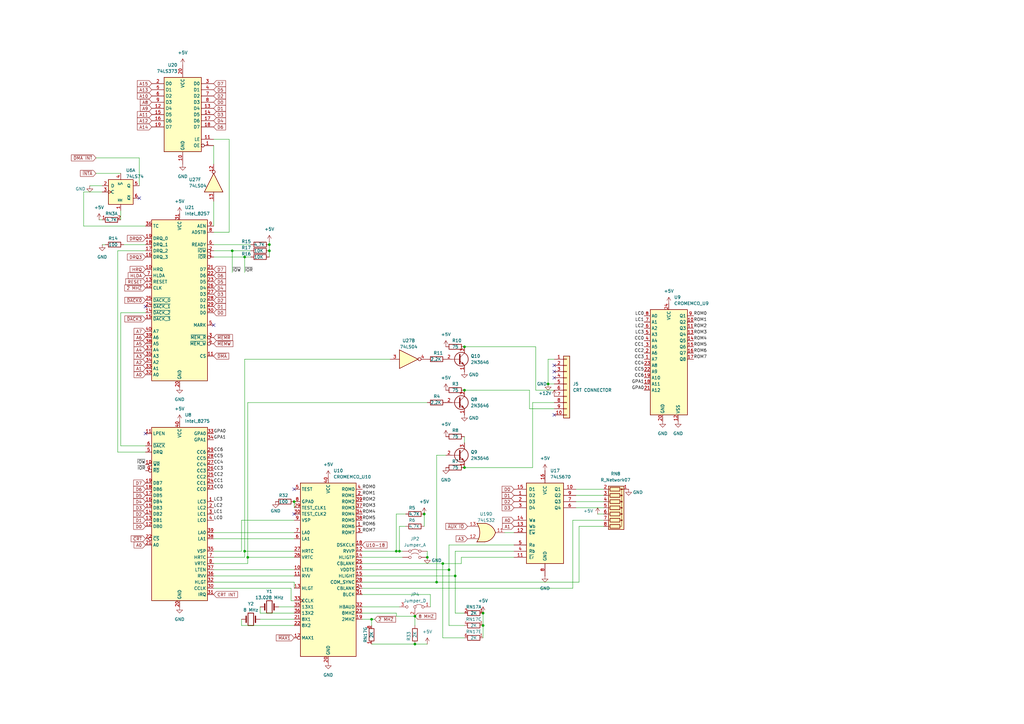
<source format=kicad_sch>
(kicad_sch (version 20250114) (generator "eeschema") (generator_version "9.0")
  (paper "A3")
  (title_block (title "C10-040-0115") (rev "5") (company "Cromemco"))
  (lib_symbols
    (symbol "74xx:74LS04"
      (property "Reference" "U" (at 0 1.27 0))
      (property "Value" "74LS04" (at 0 -1.27 0))
      (symbol "74LS04_1_0"
        (pin input line (at -7.62 0 0) (length 3.81) (name "~") (number "1"))
        (pin output inverted (at 7.62 0 180) (length 3.81) (name "~") (number "2"))
      )
      (symbol "74LS04_2_0"
        (pin input line (at -7.62 0 0) (length 3.81) (name "~") (number "3"))
        (pin output inverted (at 7.62 0 180) (length 3.81) (name "~") (number "4"))
      )
      (symbol "74LS04_3_0"
        (pin input line (at -7.62 0 0) (length 3.81) (name "~") (number "5"))
        (pin output inverted (at 7.62 0 180) (length 3.81) (name "~") (number "6"))
      )
      (symbol "74LS04_4_0"
        (pin input line (at -7.62 0 0) (length 3.81) (name "~") (number "9"))
        (pin output inverted (at 7.62 0 180) (length 3.81) (name "~") (number "8"))
      )
      (symbol "74LS04_5_0"
        (pin input line (at -7.62 0 0) (length 3.81) (name "~") (number "11"))
        (pin output inverted (at 7.62 0 180) (length 3.81) (name "~") (number "10"))
      )
      (symbol "74LS04_6_0"
        (pin input line (at -7.62 0 0) (length 3.81) (name "~") (number "13"))
        (pin output inverted (at 7.62 0 180) (length 3.81) (name "~") (number "12"))
      )
      (symbol "74LS04_7_0"
        (pin power_in line (at 0 12.7 270) (length 5.08) (name "VCC") (number "14"))
        (pin power_in line (at 0 -12.7 90) (length 5.08) (name "GND") (number "7"))
      )
    )
    (symbol "74xx:74LS32" (pin_names (offset 1.016))
      (property "Reference" "U" (at 0 1.27 0))
      (property "Value" "74LS32" (at 0 -1.27 0))
      (symbol "74LS32_1_1"
        (pin input line (at -7.62 2.54 0) (length 4.318) (name "~") (number "1"))
        (pin input line (at -7.62 -2.54 0) (length 4.318) (name "~") (number "2"))
        (pin output line (at 7.62 0 180) (length 3.81) (name "~") (number "3"))
      )
      (symbol "74LS32_1_2"
        (pin input inverted (at -7.62 2.54 0) (length 3.81) (name "~") (number "1"))
        (pin input inverted (at -7.62 -2.54 0) (length 3.81) (name "~") (number "2"))
        (pin output inverted (at 7.62 0 180) (length 3.81) (name "~") (number "3"))
      )
      (symbol "74LS32_2_1"
        (pin input line (at -7.62 2.54 0) (length 4.318) (name "~") (number "4"))
        (pin input line (at -7.62 -2.54 0) (length 4.318) (name "~") (number "5"))
        (pin output line (at 7.62 0 180) (length 3.81) (name "~") (number "6"))
      )
      (symbol "74LS32_2_2"
        (pin input inverted (at -7.62 2.54 0) (length 3.81) (name "~") (number "4"))
        (pin input inverted (at -7.62 -2.54 0) (length 3.81) (name "~") (number "5"))
        (pin output inverted (at 7.62 0 180) (length 3.81) (name "~") (number "6"))
      )
      (symbol "74LS32_3_1"
        (pin input line (at -7.62 2.54 0) (length 4.318) (name "~") (number "9"))
        (pin input line (at -7.62 -2.54 0) (length 4.318) (name "~") (number "10"))
        (pin output line (at 7.62 0 180) (length 3.81) (name "~") (number "8"))
      )
      (symbol "74LS32_3_2"
        (pin input inverted (at -7.62 2.54 0) (length 3.81) (name "~") (number "9"))
        (pin input inverted (at -7.62 -2.54 0) (length 3.81) (name "~") (number "10"))
        (pin output inverted (at 7.62 0 180) (length 3.81) (name "~") (number "8"))
      )
      (symbol "74LS32_4_1"
        (pin input line (at -7.62 2.54 0) (length 4.318) (name "~") (number "12"))
        (pin input line (at -7.62 -2.54 0) (length 4.318) (name "~") (number "13"))
        (pin output line (at 7.62 0 180) (length 3.81) (name "~") (number "11"))
      )
      (symbol "74LS32_4_2"
        (pin input inverted (at -7.62 2.54 0) (length 3.81) (name "~") (number "12"))
        (pin input inverted (at -7.62 -2.54 0) (length 3.81) (name "~") (number "13"))
        (pin output inverted (at 7.62 0 180) (length 3.81) (name "~") (number "11"))
      )
      (symbol "74LS32_5_0"
        (pin power_in line (at 0 12.7 270) (length 5.08) (name "VCC") (number "14"))
        (pin power_in line (at 0 -12.7 90) (length 5.08) (name "GND") (number "7"))
      )
    )
    (symbol "74xx:74LS373"
      (property "Reference" "U" (at -7.62 16.51 0))
      (property "Value" "74LS373" (at -7.62 -16.51 0))
      (symbol "74LS373_1_0"
        (pin input line (at -12.7 12.7 0) (length 5.08) (name "D0") (number "3"))
        (pin input line (at -12.7 10.16 0) (length 5.08) (name "D1") (number "4"))
        (pin input line (at -12.7 7.62 0) (length 5.08) (name "D2") (number "7"))
        (pin input line (at -12.7 5.08 0) (length 5.08) (name "D3") (number "8"))
        (pin input line (at -12.7 2.54 0) (length 5.08) (name "D4") (number "13"))
        (pin input line (at -12.7 0 0) (length 5.08) (name "D5") (number "14"))
        (pin input line (at -12.7 -2.54 0) (length 5.08) (name "D6") (number "17"))
        (pin input line (at -12.7 -5.08 0) (length 5.08) (name "D7") (number "18"))
        (pin input line (at -12.7 -10.16 0) (length 5.08) (name "LE") (number "11"))
        (pin input inverted (at -12.7 -12.7 0) (length 5.08) (name "OE") (number "1"))
        (pin power_in line (at 0 20.32 270) (length 5.08) (name "VCC") (number "20"))
        (pin power_in line (at 0 -20.32 90) (length 5.08) (name "GND") (number "10"))
        (pin tri_state line (at 12.7 12.7 180) (length 5.08) (name "O0") (number "2"))
        (pin tri_state line (at 12.7 10.16 180) (length 5.08) (name "O1") (number "5"))
        (pin tri_state line (at 12.7 7.62 180) (length 5.08) (name "O2") (number "6"))
        (pin tri_state line (at 12.7 5.08 180) (length 5.08) (name "O3") (number "9"))
        (pin tri_state line (at 12.7 2.54 180) (length 5.08) (name "O4") (number "12"))
        (pin tri_state line (at 12.7 0 180) (length 5.08) (name "O5") (number "15"))
        (pin tri_state line (at 12.7 -2.54 180) (length 5.08) (name "O6") (number "16"))
        (pin tri_state line (at 12.7 -5.08 180) (length 5.08) (name "O7") (number "19"))
      )
    )
    (symbol "74xx:74LS670" (pin_names (offset 1.016))
      (property "Reference" "U" (at -7.62 16.51 0))
      (property "Value" "74LS670" (at -7.62 -19.05 0))
      (symbol "74LS670_1_0"
        (pin input line (at -12.7 12.7 0) (length 5.08) (name "D1") (number "15"))
        (pin input line (at -12.7 10.16 0) (length 5.08) (name "D2") (number "1"))
        (pin input line (at -12.7 7.62 0) (length 5.08) (name "D3") (number "2"))
        (pin input line (at -12.7 5.08 0) (length 5.08) (name "D4") (number "3"))
        (pin input line (at -12.7 0 0) (length 5.08) (name "Wa") (number "14"))
        (pin input line (at -12.7 -2.54 0) (length 5.08) (name "Wb") (number "13"))
        (pin input line (at -12.7 -5.08 0) (length 5.08) (name "~{Ew}") (number "12"))
        (pin input line (at -12.7 -10.16 0) (length 5.08) (name "Ra") (number "5"))
        (pin input line (at -12.7 -12.7 0) (length 5.08) (name "Rb") (number "4"))
        (pin input line (at -12.7 -15.24 0) (length 5.08) (name "~{Er}") (number "11"))
        (pin power_in line (at 0 20.32 270) (length 5.08) (name "VCC") (number "16"))
        (pin power_in line (at 0 -22.86 90) (length 5.08) (name "GND") (number "8"))
        (pin tri_state line (at 12.7 12.7 180) (length 5.08) (name "Q1") (number "10"))
        (pin tri_state line (at 12.7 10.16 180) (length 5.08) (name "Q2") (number "9"))
        (pin tri_state line (at 12.7 7.62 180) (length 5.08) (name "Q3") (number "7"))
        (pin tri_state line (at 12.7 5.08 180) (length 5.08) (name "Q4") (number "6"))
      )
    )
    (symbol "74xx:74LS74" (pin_names (offset 1.016))
      (property "Reference" "U" (at -7.62 8.89 0))
      (property "Value" "74LS74" (at -7.62 -8.89 0))
      (symbol "74LS74_1_0"
        (pin input line (at -7.62 2.54 0) (length 2.54) (name "D") (number "2"))
        (pin input clock (at -7.62 0 0) (length 2.54) (name "C") (number "3"))
        (pin input line (at 0 7.62 270) (length 2.54) (name "~{S}") (number "4"))
        (pin input line (at 0 -7.62 90) (length 2.54) (name "~{R}") (number "1"))
        (pin output line (at 7.62 2.54 180) (length 2.54) (name "Q") (number "5"))
        (pin output line (at 7.62 -2.54 180) (length 2.54) (name "~{Q}") (number "6"))
      )
      (symbol "74LS74_2_0"
        (pin input line (at -7.62 2.54 0) (length 2.54) (name "D") (number "12"))
        (pin input clock (at -7.62 0 0) (length 2.54) (name "C") (number "11"))
        (pin input line (at 0 7.62 270) (length 2.54) (name "~{S}") (number "10"))
        (pin input line (at 0 -7.62 90) (length 2.54) (name "~{R}") (number "13"))
        (pin output line (at 7.62 2.54 180) (length 2.54) (name "Q") (number "9"))
        (pin output line (at 7.62 -2.54 180) (length 2.54) (name "~{Q}") (number "8"))
      )
      (symbol "74LS74_3_0"
        (pin power_in line (at 0 10.16 270) (length 2.54) (name "VCC") (number "14"))
        (pin power_in line (at 0 -10.16 90) (length 2.54) (name "GND") (number "7"))
      )
    )
    (symbol "Common_Alessio:Intel_8275"
      (property "Reference" "U" (at 8.89 40.132 0))
      (property "Value" "Intel_8275" (at 8.89 38.1 0))
      (symbol "Intel_8275_1_1"
        (pin input line (at -13.97 34.29 0) (length 2.54) (name "LPEN") (number "11"))
        (pin input line (at -13.97 29.21 0) (length 2.54) (name "~{DACK}") (number "6"))
        (pin output line (at -13.97 26.67 0) (length 2.54) (name "DRQ") (number "5"))
        (pin input inverted (at -13.97 21.59 0) (length 2.54) (name "~{WR}") (number "10"))
        (pin input inverted (at -13.97 19.05 0) (length 2.54) (name "~{RD}") (number "9"))
        (pin bidirectional line (at -13.97 13.97 0) (length 2.54) (name "DB7") (number "19"))
        (pin bidirectional line (at -13.97 11.43 0) (length 2.54) (name "DB6") (number "18"))
        (pin bidirectional line (at -13.97 8.89 0) (length 2.54) (name "DB5") (number "17"))
        (pin bidirectional line (at -13.97 6.35 0) (length 2.54) (name "DB4") (number "16"))
        (pin bidirectional line (at -13.97 3.81 0) (length 2.54) (name "DB3") (number "15"))
        (pin bidirectional line (at -13.97 1.27 0) (length 2.54) (name "DB2") (number "14"))
        (pin bidirectional line (at -13.97 -1.27 0) (length 2.54) (name "DB1") (number "13"))
        (pin bidirectional line (at -13.97 -3.81 0) (length 2.54) (name "DB0") (number "12"))
        (pin input inverted (at -13.97 -8.89 0) (length 2.54) (name "~{CS}") (number "22"))
        (pin bidirectional line (at -13.97 -11.43 0) (length 2.54) (name "A0") (number "21"))
        (pin power_in line (at 0 39.37 270) (length 2.54) (name "VCC") (number "40"))
        (pin power_in line (at 0 -36.83 90) (length 2.54) (name "GND") (number "20"))
        (pin output line (at 13.97 34.29 180) (length 2.54) (name "GPA0") (number "33"))
        (pin output line (at 13.97 31.75 180) (length 2.54) (name "GPA1") (number "34"))
        (pin output line (at 13.97 26.67 180) (length 2.54) (name "CC6") (number "29"))
        (pin output line (at 13.97 24.13 180) (length 2.54) (name "CC5") (number "28"))
        (pin output line (at 13.97 21.59 180) (length 2.54) (name "CC4") (number "27"))
        (pin output line (at 13.97 19.05 180) (length 2.54) (name "CC3") (number "26"))
        (pin output line (at 13.97 16.51 180) (length 2.54) (name "CC2") (number "25"))
        (pin output line (at 13.97 13.97 180) (length 2.54) (name "CC1") (number "24"))
        (pin output line (at 13.97 11.43 180) (length 2.54) (name "CC0") (number "23"))
        (pin output line (at 13.97 6.35 180) (length 2.54) (name "LC3") (number "1"))
        (pin output line (at 13.97 3.81 180) (length 2.54) (name "LC2") (number "2"))
        (pin output line (at 13.97 1.27 180) (length 2.54) (name "LC1") (number "3"))
        (pin output line (at 13.97 -1.27 180) (length 2.54) (name "LC0") (number "4"))
        (pin output line (at 13.97 -6.35 180) (length 2.54) (name "LA0") (number "39"))
        (pin output line (at 13.97 -8.89 180) (length 2.54) (name "LA1") (number "38"))
        (pin output line (at 13.97 -13.97 180) (length 2.54) (name "VSP") (number "35"))
        (pin output line (at 13.97 -16.51 180) (length 2.54) (name "HRTC") (number "7"))
        (pin output line (at 13.97 -19.05 180) (length 2.54) (name "VRTC") (number "8"))
        (pin output line (at 13.97 -21.59 180) (length 2.54) (name "LTEN") (number "37"))
        (pin output line (at 13.97 -24.13 180) (length 2.54) (name "RVV") (number "36"))
        (pin output line (at 13.97 -26.67 180) (length 2.54) (name "HLGT") (number "32"))
        (pin input line (at 13.97 -29.21 180) (length 2.54) (name "CCLK") (number "30"))
        (pin output line (at 13.97 -31.75 180) (length 2.54) (name "IRQ") (number "31"))
      )
    )
    (symbol "Connector_Generic:Conn_01x10" (pin_names (offset 1.016) (hide yes))
      (property "Reference" "J" (at 0 12.7 0))
      (property "Value" "Conn_01x10" (at 0 -15.24 0))
      (symbol "Conn_01x10_1_1"
        (pin passive line (at -5.08 10.16 0) (length 3.81) (name "Pin_1") (number "1"))
        (pin passive line (at -5.08 7.62 0) (length 3.81) (name "Pin_2") (number "2"))
        (pin passive line (at -5.08 5.08 0) (length 3.81) (name "Pin_3") (number "3"))
        (pin passive line (at -5.08 2.54 0) (length 3.81) (name "Pin_4") (number "4"))
        (pin passive line (at -5.08 0 0) (length 3.81) (name "Pin_5") (number "5"))
        (pin passive line (at -5.08 -2.54 0) (length 3.81) (name "Pin_6") (number "6"))
        (pin passive line (at -5.08 -5.08 0) (length 3.81) (name "Pin_7") (number "7"))
        (pin passive line (at -5.08 -7.62 0) (length 3.81) (name "Pin_8") (number "8"))
        (pin passive line (at -5.08 -10.16 0) (length 3.81) (name "Pin_9") (number "9"))
        (pin passive line (at -5.08 -12.7 0) (length 3.81) (name "Pin_10") (number "10"))
      )
    )
    (symbol "Cromemco_C10:CROMEMCO_U10"
      (property "Reference" "U" (at 8.89 40.132 0))
      (property "Value" "CROMEMCO_U10" (at 8.89 38.1 0))
      (symbol "CROMEMCO_U10_1_1"
        (pin input line (at -13.97 34.29 0) (length 2.54) (name "TEST") (number "5"))
        (pin input line (at -13.97 29.21 0) (length 2.54) (name "GPA0") (number "8"))
        (pin input line (at -13.97 26.67 0) (length 2.54) (name "TEST_CLK1") (number "29"))
        (pin input line (at -13.97 24.13 0) (length 2.54) (name "TEST_CLK2") (number "30"))
        (pin input line (at -13.97 21.59 0) (length 2.54) (name "VSP") (number "9"))
        (pin input line (at -13.97 16.51 0) (length 2.54) (name "LA0") (number "7"))
        (pin input line (at -13.97 13.97 0) (length 2.54) (name "LA1") (number "6"))
        (pin input line (at -13.97 8.89 0) (length 2.54) (name "HRTC") (number "27"))
        (pin input line (at -13.97 6.35 0) (length 2.54) (name "VRTC") (number "26"))
        (pin input line (at -13.97 1.27 0) (length 2.54) (name "LTEN") (number "10"))
        (pin input line (at -13.97 -1.27 0) (length 2.54) (name "RVV") (number "11"))
        (pin bidirectional line (at -13.97 -6.35 0) (length 2.54) (name "HLGT") (number "13"))
        (pin output clock (at -13.97 -11.43 0) (length 2.54) (name "CCLK") (number "33"))
        (pin bidirectional line (at -13.97 -13.97 0) (length 2.54) (name "13X1") (number "35"))
        (pin bidirectional line (at -13.97 -16.51 0) (length 2.54) (name "13X2") (number "36"))
        (pin bidirectional line (at -13.97 -19.05 0) (length 2.54) (name "8X1") (number "21"))
        (pin bidirectional line (at -13.97 -21.59 0) (length 2.54) (name "8X2") (number "22"))
        (pin bidirectional inverted (at -13.97 -26.67 0) (length 2.54) (name "MAX1") (number "17"))
        (pin power_in line (at 0 39.37 270) (length 2.54) (name "VCC") (number "40"))
        (pin power_in line (at 0 -36.83 90) (length 2.54) (name "GND") (number "20"))
        (pin input line (at 13.97 34.29 180) (length 2.54) (name "ROM0") (number "4"))
        (pin input line (at 13.97 31.75 180) (length 2.54) (name "ROM1") (number "2"))
        (pin input line (at 13.97 29.21 180) (length 2.54) (name "ROM2") (number "39"))
        (pin input line (at 13.97 26.67 180) (length 2.54) (name "ROM3") (number "37"))
        (pin input line (at 13.97 24.13 180) (length 2.54) (name "ROM4") (number "34"))
        (pin input line (at 13.97 21.59 180) (length 2.54) (name "ROM5") (number "38"))
        (pin input line (at 13.97 19.05 180) (length 2.54) (name "ROM6") (number "1"))
        (pin input line (at 13.97 16.51 180) (length 2.54) (name "ROM7") (number "3"))
        (pin bidirectional line (at 13.97 11.43 180) (length 2.54) (name "DSKCLK") (number "18"))
        (pin input line (at 13.97 8.89 180) (length 2.54) (name "RVVP") (number "12"))
        (pin input line (at 13.97 6.35 180) (length 2.54) (name "HLIGTP") (number "14"))
        (pin output line (at 13.97 3.81 180) (length 2.54) (name "CBLANK") (number "25"))
        (pin bidirectional line (at 13.97 1.27 180) (length 2.54) (name "VDDTS") (number "16"))
        (pin bidirectional line (at 13.97 -1.27 180) (length 2.54) (name "HLIGHT") (number "15"))
        (pin output line (at 13.97 -3.81 180) (length 2.54) (name "COM_SYNC") (number "28"))
        (pin output inverted (at 13.97 -6.35 180) (length 2.54) (name "CBLANK") (number "24"))
        (pin output line (at 13.97 -8.89 180) (length 2.54) (name "BLCK") (number "31"))
        (pin output line (at 13.97 -13.97 180) (length 2.54) (name "HBAUD") (number "32"))
        (pin input line (at 13.97 -16.51 180) (length 2.54) (name "8MHZ") (number "23"))
        (pin bidirectional line (at 13.97 -19.05 180) (length 2.54) (name "2MHZ") (number "19"))
      )
    )
    (symbol "Cromemco_C10:CROMEMCO_U9"
      (property "Reference" "U" (at 1.27 1.27 0))
      (property "Value" "CROMEMCO_U9" (at 2.54 3.81 0))
      (symbol "CROMEMCO_U9_1_1"
        (pin input line (at 0 -5.08 0) (length 2.54) (name "A0") (number "8"))
        (pin input line (at 0 -7.62 0) (length 2.54) (name "A1") (number "7"))
        (pin input line (at 0 -10.16 0) (length 2.54) (name "A2") (number "6"))
        (pin input line (at 0 -12.7 0) (length 2.54) (name "A3") (number "5"))
        (pin input line (at 0 -15.24 0) (length 2.54) (name "A4") (number "4"))
        (pin input line (at 0 -17.78 0) (length 2.54) (name "A5") (number "3"))
        (pin input line (at 0 -20.32 0) (length 2.54) (name "A6") (number "2"))
        (pin input line (at 0 -22.86 0) (length 2.54) (name "A7") (number "1"))
        (pin input line (at 0 -25.4 0) (length 2.54) (name "A8") (number "23"))
        (pin input line (at 0 -27.94 0) (length 2.54) (name "A9") (number "22"))
        (pin input line (at 0 -30.48 0) (length 2.54) (name "A10") (number "19"))
        (pin input line (at 0 -33.02 0) (length 2.54) (name "A11") (number "18"))
        (pin input line (at 0 -35.56 0) (length 2.54) (name "A12") (number "21"))
        (pin power_in line (at 7.62 -48.26 90) (length 2.54) (name "GND") (number "20"))
        (pin power_in line (at 10.16 0 270) (length 2.54) (name "VCC") (number "24"))
        (pin power_in line (at 13.97 -48.26 90) (length 2.54) (name "VSS") (number "12"))
        (pin output line (at 20.32 -5.08 180) (length 2.54) (name "Q1") (number "9"))
        (pin output line (at 20.32 -7.62 180) (length 2.54) (name "Q2") (number "10"))
        (pin output line (at 20.32 -10.16 180) (length 2.54) (name "Q3") (number "11"))
        (pin output line (at 20.32 -12.7 180) (length 2.54) (name "Q4") (number "13"))
        (pin output line (at 20.32 -15.24 180) (length 2.54) (name "Q5") (number "14"))
        (pin output line (at 20.32 -17.78 180) (length 2.54) (name "Q6") (number "15"))
        (pin output line (at 20.32 -20.32 180) (length 2.54) (name "Q7") (number "16"))
        (pin output line (at 20.32 -22.86 180) (length 2.54) (name "Q8") (number "17"))
      )
    )
    (symbol "Cromemco_C10:Intel_8257"
      (property "Reference" "U" (at 8.89 40.132 0))
      (property "Value" "Intel_8257" (at 8.89 38.1 0))
      (symbol "Intel_8257_1_1"
        (pin output line (at -13.97 34.29 0) (length 2.54) (name "TC") (number "36"))
        (pin input line (at -13.97 29.21 0) (length 2.54) (name "DRQ_0") (number "19"))
        (pin input line (at -13.97 26.67 0) (length 2.54) (name "DRQ_1") (number "18"))
        (pin input line (at -13.97 24.13 0) (length 2.54) (name "DRQ_2") (number "17"))
        (pin input line (at -13.97 21.59 0) (length 2.54) (name "DRQ_3") (number "16"))
        (pin output line (at -13.97 16.51 0) (length 2.54) (name "HRQ") (number "10"))
        (pin input line (at -13.97 13.97 0) (length 2.54) (name "HLDA") (number "7"))
        (pin input line (at -13.97 11.43 0) (length 2.54) (name "RESET") (number "13"))
        (pin input line (at -13.97 8.89 0) (length 2.54) (name "CLK") (number "12"))
        (pin output line (at -13.97 3.81 0) (length 2.54) (name "~{DACK_0}") (number "25"))
        (pin output line (at -13.97 1.27 0) (length 2.54) (name "~{DACK_1}") (number "24"))
        (pin output line (at -13.97 -1.27 0) (length 2.54) (name "~{DACK_2}") (number "14"))
        (pin output line (at -13.97 -3.81 0) (length 2.54) (name "~{DACK_3}") (number "15"))
        (pin bidirectional line (at -13.97 -8.89 0) (length 2.54) (name "A7") (number "40"))
        (pin bidirectional line (at -13.97 -11.43 0) (length 2.54) (name "A6") (number "39"))
        (pin bidirectional line (at -13.97 -13.97 0) (length 2.54) (name "A5") (number "38"))
        (pin bidirectional line (at -13.97 -16.51 0) (length 2.54) (name "A4") (number "37"))
        (pin bidirectional line (at -13.97 -19.05 0) (length 2.54) (name "A3") (number "35"))
        (pin bidirectional line (at -13.97 -21.59 0) (length 2.54) (name "A2") (number "34"))
        (pin bidirectional line (at -13.97 -24.13 0) (length 2.54) (name "A1") (number "33"))
        (pin bidirectional line (at -13.97 -26.67 0) (length 2.54) (name "A0") (number "32"))
        (pin power_in line (at 0 39.37 270) (length 2.54) (name "VCC") (number "31"))
        (pin power_in line (at 0 -31.75 90) (length 2.54) (name "GND") (number "20"))
        (pin output line (at 13.97 34.29 180) (length 2.54) (name "AEN") (number "9"))
        (pin output line (at 13.97 31.75 180) (length 2.54) (name "ADSTB") (number "8"))
        (pin input line (at 13.97 26.67 180) (length 2.54) (name "READY") (number "6"))
        (pin bidirectional inverted (at 13.97 24.13 180) (length 2.54) (name "~{IOW}") (number "2"))
        (pin bidirectional inverted (at 13.97 21.59 180) (length 2.54) (name "~{IOR}") (number "1"))
        (pin bidirectional line (at 13.97 16.51 180) (length 2.54) (name "D7") (number "21"))
        (pin bidirectional line (at 13.97 13.97 180) (length 2.54) (name "D6") (number "22"))
        (pin bidirectional line (at 13.97 11.43 180) (length 2.54) (name "D5") (number "23"))
        (pin bidirectional line (at 13.97 8.89 180) (length 2.54) (name "D4") (number "26"))
        (pin bidirectional line (at 13.97 6.35 180) (length 2.54) (name "D3") (number "27"))
        (pin bidirectional line (at 13.97 3.81 180) (length 2.54) (name "D2") (number "28"))
        (pin bidirectional line (at 13.97 1.27 180) (length 2.54) (name "D1") (number "29"))
        (pin bidirectional line (at 13.97 -1.27 180) (length 2.54) (name "D0") (number "30"))
        (pin output line (at 13.97 -6.35 180) (length 2.54) (name "MARK") (number "5"))
        (pin output inverted (at 13.97 -11.43 180) (length 2.54) (name "~{MEM_R}") (number "3"))
        (pin output inverted (at 13.97 -13.97 180) (length 2.54) (name "~{MEM_W}") (number "4"))
        (pin bidirectional line (at 13.97 -19.05 180) (length 2.54) (name "CS") (number "11"))
      )
    )
    (symbol "Device:Crystal" (pin_numbers (hide yes)) (pin_names (offset 1.016) (hide yes))
      (property "Reference" "Y" (at 0 3.81 0))
      (property "Value" "Crystal" (at 0 -3.81 0))
      (symbol "Crystal_1_1"
        (pin passive line (at -3.81 0 0) (length 1.27) (name "1") (number "1"))
        (pin passive line (at 3.81 0 180) (length 1.27) (name "2") (number "2"))
      )
    )
    (symbol "Device:R" (pin_numbers (hide yes)) (pin_names (offset 0))
      (property "Reference" "R" (at 2.032 0 90))
      (property "Value" "R" (at 0 0 90))
      (symbol "R_1_1"
        (pin passive line (at 0 3.81 270) (length 1.27) (name "~") (number "1"))
        (pin passive line (at 0 -3.81 90) (length 1.27) (name "~") (number "2"))
      )
    )
    (symbol "Device:R_Network07" (pin_names (offset 0) (hide yes))
      (property "Reference" "RN" (at -10.16 0 90))
      (property "Value" "R_Network07" (at 10.16 0 90))
      (symbol "R_Network07_1_1"
        (pin passive line (at -7.62 5.08 270) (length 2.54) (name "common") (number "1"))
        (pin passive line (at -7.62 -5.08 90) (length 1.27) (name "R1") (number "2"))
        (pin passive line (at -5.08 -5.08 90) (length 1.27) (name "R2") (number "3"))
        (pin passive line (at -2.54 -5.08 90) (length 1.27) (name "R3") (number "4"))
        (pin passive line (at 0 -5.08 90) (length 1.27) (name "R4") (number "5"))
        (pin passive line (at 2.54 -5.08 90) (length 1.27) (name "R5") (number "6"))
        (pin passive line (at 5.08 -5.08 90) (length 1.27) (name "R6") (number "7"))
        (pin passive line (at 7.62 -5.08 90) (length 1.27) (name "R7") (number "8"))
      )
    )
    (symbol "Device:R_Network08_Split" (pin_names (offset 0) (hide yes))
      (property "Reference" "RN" (at 2.032 0 90))
      (property "Value" "R_Network08_Split" (at 0 0 90))
      (symbol "R_Network08_Split_0_1"
        (pin passive line (at 0 3.81 270) (length 1.27) (name "R1") (number "1"))
      )
      (symbol "R_Network08_Split_1_1"
        (pin passive line (at 0 -3.81 90) (length 1.27) (name "R1.2") (number "2"))
      )
      (symbol "R_Network08_Split_2_1"
        (pin passive line (at 0 -3.81 90) (length 1.27) (name "R2.2") (number "3"))
      )
      (symbol "R_Network08_Split_3_1"
        (pin passive line (at 0 -3.81 90) (length 1.27) (name "R3.2") (number "4"))
      )
      (symbol "R_Network08_Split_4_1"
        (pin passive line (at 0 -3.81 90) (length 1.27) (name "R4.2") (number "5"))
      )
      (symbol "R_Network08_Split_5_1"
        (pin passive line (at 0 -3.81 90) (length 1.27) (name "R5.2") (number "6"))
      )
      (symbol "R_Network08_Split_6_1"
        (pin passive line (at 0 -3.81 90) (length 1.27) (name "R6.2") (number "7"))
      )
      (symbol "R_Network08_Split_7_1"
        (pin passive line (at 0 -3.81 90) (length 1.27) (name "R7.2") (number "8"))
      )
      (symbol "R_Network08_Split_8_1"
        (pin passive line (at 0 -3.81 90) (length 1.27) (name "R8.2") (number "9"))
      )
    )
    (symbol "Jumper:Jumper_2_Bridged" (pin_numbers (hide yes)) (pin_names (offset 0) (hide yes))
      (property "Reference" "JP" (at 0 1.905 0))
      (property "Value" "Jumper_2_Bridged" (at 0 -2.54 0))
      (symbol "Jumper_2_Bridged_1_1"
        (pin passive line (at -5.08 0 0) (length 2.54) (name "A") (number "1"))
        (pin passive line (at 5.08 0 180) (length 2.54) (name "B") (number "2"))
      )
    )
    (symbol "Jumper:Jumper_2_Open" (pin_numbers (hide yes)) (pin_names (offset 0) (hide yes))
      (property "Reference" "JP" (at 0 2.794 0))
      (property "Value" "Jumper_2_Open" (at 0 -2.286 0))
      (symbol "Jumper_2_Open_1_1"
        (pin passive line (at -5.08 0 0) (length 2.54) (name "A") (number "1"))
        (pin passive line (at 5.08 0 180) (length 2.54) (name "B") (number "2"))
      )
    )
    (symbol "Jumper:Jumper_3_Bridged12" (pin_names (offset 0) (hide yes)) (in_bom no)
      (property "Reference" "JP" (at -2.54 -2.54 0))
      (property "Value" "Jumper_3_Bridged12" (at 0 2.794 0))
      (symbol "Jumper_3_Bridged12_1_1"
        (pin passive line (at -6.35 0 0) (length 2.54) (name "A") (number "1"))
        (pin passive line (at 0 -3.81 90) (length 2.54) (name "C") (number "2"))
        (pin passive line (at 6.35 0 180) (length 2.54) (name "B") (number "3"))
      )
    )
    (symbol "Transistor_BJT:2N3904" (pin_names (offset 0) (hide yes))
      (property "Reference" "Q" (at 5.08 1.905 0))
      (property "Value" "2N3904" (at 5.08 0 0))
      (symbol "2N3904_1_1"
        (pin input line (at -5.08 0 0) (length 2.54) (name "B") (number "2"))
        (pin passive line (at 2.54 5.08 270) (length 2.54) (name "C") (number "3"))
        (pin passive line (at 2.54 -5.08 90) (length 2.54) (name "E") (number "1"))
      )
    )
    (symbol "power:+12V" (power) (pin_numbers (hide yes)) (pin_names (offset 0) (hide yes))
      (property "Value" "+12V" (at 0 3.556 0))
      (symbol "+12V_1_1"
        (pin power_in line (at 0 0 90) (length 0) (name "~") (number "1"))
      )
    )
    (symbol "power:+5V" (power) (pin_numbers (hide yes)) (pin_names (offset 0) (hide yes))
      (property "Value" "+5V" (at 0 3.556 0))
      (symbol "+5V_1_1"
        (pin power_in line (at 0 0 90) (length 0) (name "~") (number "1"))
      )
    )
    (symbol "power:GND" (power) (pin_numbers (hide yes)) (pin_names (offset 0) (hide yes))
      (property "Value" "GND" (at 0 -3.81 0))
      (symbol "GND_1_1"
        (pin power_in line (at 0 0 270) (length 0) (name "~") (number "1"))
      )
    )
  )
  (junction (at 120.65 205.74))
  (junction (at 162.56 226.06))
  (junction (at 186.69 236.22))
  (junction (at 101.6 228.6))
  (junction (at 29.21 308.61))
  (junction (at 29.21 318.77))
  (junction (at 181.61 231.14))
  (junction (at 190.5 191.77))
  (junction (at 170.18 252.73))
  (junction (at 110.49 102.87))
  (junction (at 163.83 226.06))
  (junction (at 175.26 228.6))
  (junction (at 190.5 160.02))
  (junction (at 198.12 251.46))
  (junction (at 29.21 313.69))
  (junction (at 184.15 233.68))
  (junction (at 100.33 105.41))
  (junction (at 100.33 226.06))
  (junction (at 224.79 157.48))
  (junction (at 173.99 210.82))
  (junction (at 110.49 100.33))
  (junction (at 179.07 238.76))
  (junction (at 95.25 102.87))
  (junction (at 170.18 264.16))
  (junction (at 198.12 256.54))
  (junction (at 152.4 254))
  (junction (at 190.5 142.24))
  (no_connect (at 227.33 170.18))
  (no_connect (at 57.15 81.28))
  (no_connect (at 227.33 152.4))
  (no_connect (at 227.33 154.94))
  (no_connect (at 120.65 200.66))
  (no_connect (at 59.69 125.73))
  (no_connect (at 87.63 133.35))
  (no_connect (at 59.69 177.8))
  (no_connect (at 120.65 210.82))
  (no_connect (at 21.59 318.77))
  (no_connect (at 21.59 323.85))
  (no_connect (at 21.59 308.61))
  (no_connect (at 227.33 149.86))
  (no_connect (at 21.59 313.69))
  (wire (pts (xy 48.26 102.87) (xy 59.69 102.87)))
  (wire (pts (xy 182.88 186.69) (xy 179.07 186.69)))
  (wire (pts (xy 210.82 223.52) (xy 184.15 223.52)))
  (wire (pts (xy 236.22 203.2) (xy 247.65 203.2)))
  (wire (pts (xy 162.56 251.46) (xy 162.56 252.73)))
  (wire (pts (xy 186.69 236.22) (xy 148.59 236.22)))
  (wire (pts (xy 236.22 200.66) (xy 247.65 200.66)))
  (wire (pts (xy 166.37 215.9) (xy 163.83 215.9)))
  (wire (pts (xy 99.06 254) (xy 99.06 256.54)))
  (wire (pts (xy 87.63 236.22) (xy 120.65 236.22)))
  (wire (pts (xy 99.06 213.36) (xy 120.65 213.36)))
  (wire (pts (xy 87.63 233.68) (xy 120.65 233.68)))
  (wire (pts (xy 87.63 218.44) (xy 120.65 218.44)))
  (wire (pts (xy 190.5 179.07) (xy 190.5 181.61)))
  (wire (pts (xy 49.53 182.88) (xy 49.53 128.27)))
  (wire (pts (xy 119.38 246.38) (xy 120.65 246.38)))
  (wire (pts (xy 175.26 226.06) (xy 175.26 228.6)))
  (wire (pts (xy 227.33 167.64) (xy 217.17 167.64)))
  (wire (pts (xy 100.33 226.06) (xy 120.65 226.06)))
  (wire (pts (xy 99.06 256.54) (xy 120.65 256.54)))
  (wire (pts (xy 50.8 100.33) (xy 59.69 100.33)))
  (wire (pts (xy 227.33 147.32) (xy 224.79 147.32)))
  (wire (pts (xy 160.02 147.32) (xy 100.33 147.32)))
  (wire (pts (xy 163.83 248.92) (xy 148.59 248.92)))
  (wire (pts (xy 224.79 147.32) (xy 224.79 157.48)))
  (wire (pts (xy 29.21 318.77) (xy 29.21 323.85)))
  (wire (pts (xy 29.21 313.69) (xy 29.21 318.77)))
  (wire (pts (xy 184.15 233.68) (xy 148.59 233.68)))
  (wire (pts (xy 87.63 241.3) (xy 119.38 241.3)))
  (wire (pts (xy 179.07 186.69) (xy 179.07 238.76)))
  (wire (pts (xy 224.79 157.48) (xy 227.33 157.48)))
  (wire (pts (xy 152.4 254) (xy 148.59 254)))
  (wire (pts (xy 39.37 64.77) (xy 57.15 64.77)))
  (wire (pts (xy 152.4 264.16) (xy 170.18 264.16)))
  (wire (pts (xy 36.83 76.2) (xy 41.91 76.2)))
  (wire (pts (xy 198.12 251.46) (xy 198.12 256.54)))
  (wire (pts (xy 59.69 185.42) (xy 48.26 185.42)))
  (wire (pts (xy 95.25 102.87) (xy 87.63 102.87)))
  (wire (pts (xy 34.29 78.74) (xy 41.91 78.74)))
  (wire (pts (xy 100.33 228.6) (xy 100.33 226.06)))
  (wire (pts (xy 236.22 205.74) (xy 247.65 205.74)))
  (wire (pts (xy 162.56 210.82) (xy 162.56 226.06)))
  (wire (pts (xy 170.18 264.16) (xy 175.26 264.16)))
  (wire (pts (xy 114.3 248.92) (xy 120.65 248.92)))
  (wire (pts (xy 148.59 226.06) (xy 162.56 226.06)))
  (wire (pts (xy 181.61 231.14) (xy 189.23 231.14)))
  (wire (pts (xy 101.6 165.1) (xy 175.26 165.1)))
  (wire (pts (xy 87.63 95.25) (xy 93.98 95.25)))
  (wire (pts (xy 162.56 226.06) (xy 163.83 226.06)))
  (wire (pts (xy 43.18 100.33) (xy 41.91 100.33)))
  (wire (pts (xy 39.37 71.12) (xy 49.53 71.12)))
  (wire (pts (xy 163.83 215.9) (xy 163.83 226.06)))
  (wire (pts (xy 217.17 167.64) (xy 217.17 160.02)))
  (wire (pts (xy 100.33 105.41) (xy 102.87 105.41)))
  (wire (pts (xy 102.87 102.87) (xy 95.25 102.87)))
  (wire (pts (xy 110.49 100.33) (xy 110.49 102.87)))
  (wire (pts (xy 219.71 142.24) (xy 190.5 142.24)))
  (wire (pts (xy 245.11 210.82) (xy 247.65 210.82)))
  (wire (pts (xy 186.69 251.46) (xy 186.69 236.22)))
  (wire (pts (xy 237.49 238.76) (xy 237.49 215.9)))
  (wire (pts (xy 87.63 226.06) (xy 99.06 226.06)))
  (wire (pts (xy 181.61 261.62) (xy 181.61 231.14)))
  (wire (pts (xy 101.6 228.6) (xy 120.65 228.6)))
  (wire (pts (xy 100.33 147.32) (xy 100.33 226.06)))
  (wire (pts (xy 166.37 210.82) (xy 162.56 210.82)))
  (wire (pts (xy 148.59 231.14) (xy 181.61 231.14)))
  (wire (pts (xy 87.63 231.14) (xy 101.6 231.14)))
  (wire (pts (xy 152.4 256.54) (xy 152.4 254)))
  (wire (pts (xy 93.98 95.25) (xy 93.98 57.15)))
  (wire (pts (xy 59.69 92.71) (xy 34.29 92.71)))
  (wire (pts (xy 49.53 128.27) (xy 59.69 128.27)))
  (wire (pts (xy 87.63 82.55) (xy 87.63 92.71)))
  (wire (pts (xy 227.33 165.1) (xy 218.44 165.1)))
  (wire (pts (xy 106.68 254) (xy 120.65 254)))
  (wire (pts (xy 153.67 254) (xy 152.4 254)))
  (wire (pts (xy 120.65 205.74) (xy 120.65 208.28)))
  (wire (pts (xy 87.63 105.41) (xy 100.33 105.41)))
  (wire (pts (xy 101.6 228.6) (xy 101.6 165.1)))
  (wire (pts (xy 207.01 218.44) (xy 210.82 218.44)))
  (wire (pts (xy 57.15 64.77) (xy 57.15 76.2)))
  (wire (pts (xy 198.12 256.54) (xy 198.12 261.62)))
  (wire (pts (xy 102.87 100.33) (xy 87.63 100.33)))
  (wire (pts (xy 237.49 215.9) (xy 247.65 215.9)))
  (wire (pts (xy 236.22 208.28) (xy 247.65 208.28)))
  (wire (pts (xy 186.69 226.06) (xy 210.82 226.06)))
  (wire (pts (xy 99.06 226.06) (xy 99.06 213.36)))
  (wire (pts (xy 186.69 226.06) (xy 186.69 236.22)))
  (wire (pts (xy 148.59 241.3) (xy 234.95 241.3)))
  (wire (pts (xy 101.6 231.14) (xy 101.6 228.6)))
  (wire (pts (xy 110.49 99.06) (xy 110.49 100.33)))
  (wire (pts (xy 93.98 57.15) (xy 87.63 57.15)))
  (wire (pts (xy 40.64 90.17) (xy 41.91 90.17)))
  (wire (pts (xy 148.59 238.76) (xy 179.07 238.76)))
  (wire (pts (xy 176.53 243.84) (xy 176.53 248.92)))
  (wire (pts (xy 247.65 213.36) (xy 234.95 213.36)))
  (wire (pts (xy 219.71 160.02) (xy 219.71 142.24)))
  (wire (pts (xy 234.95 213.36) (xy 234.95 241.3)))
  (wire (pts (xy 173.99 210.82) (xy 173.99 215.9)))
  (wire (pts (xy 217.17 160.02) (xy 190.5 160.02)))
  (wire (pts (xy 190.5 256.54) (xy 184.15 256.54)))
  (wire (pts (xy 184.15 256.54) (xy 184.15 233.68)))
  (wire (pts (xy 218.44 165.1) (xy 218.44 191.77)))
  (wire (pts (xy 87.63 238.76) (xy 120.65 238.76)))
  (wire (pts (xy 95.25 102.87) (xy 95.25 111.76)))
  (wire (pts (xy 106.68 251.46) (xy 106.68 248.92)))
  (wire (pts (xy 162.56 252.73) (xy 170.18 252.73)))
  (wire (pts (xy 190.5 251.46) (xy 186.69 251.46)))
  (wire (pts (xy 227.33 160.02) (xy 219.71 160.02)))
  (wire (pts (xy 87.63 220.98) (xy 120.65 220.98)))
  (wire (pts (xy 59.69 182.88) (xy 49.53 182.88)))
  (wire (pts (xy 165.1 226.06) (xy 163.83 226.06)))
  (wire (pts (xy 100.33 105.41) (xy 100.33 111.76)))
  (wire (pts (xy 110.49 102.87) (xy 110.49 105.41)))
  (wire (pts (xy 120.65 251.46) (xy 106.68 251.46)))
  (wire (pts (xy 189.23 228.6) (xy 210.82 228.6)))
  (wire (pts (xy 184.15 223.52) (xy 184.15 233.68)))
  (wire (pts (xy 49.53 90.17) (xy 49.53 86.36)))
  (wire (pts (xy 190.5 261.62) (xy 181.61 261.62)))
  (wire (pts (xy 87.63 228.6) (xy 100.33 228.6)))
  (wire (pts (xy 189.23 231.14) (xy 189.23 228.6)))
  (wire (pts (xy 29.21 308.61) (xy 29.21 313.69)))
  (wire (pts (xy 148.59 243.84) (xy 176.53 243.84)))
  (wire (pts (xy 218.44 191.77) (xy 190.5 191.77)))
  (wire (pts (xy 120.65 238.76) (xy 120.65 241.3)))
  (wire (pts (xy 119.38 241.3) (xy 119.38 246.38)))
  (wire (pts (xy 148.59 251.46) (xy 162.56 251.46)))
  (wire (pts (xy 148.59 228.6) (xy 165.1 228.6)))
  (wire (pts (xy 48.26 185.42) (xy 48.26 102.87)))
  (wire (pts (xy 87.63 67.31) (xy 87.63 59.69)))
  (wire (pts (xy 170.18 256.54) (xy 170.18 252.73)))
  (wire (pts (xy 179.07 238.76) (xy 237.49 238.76)))
  (wire (pts (xy 34.29 92.71) (xy 34.29 78.74)))
  (label "CC6" (at 87.63 185.42 0))
  (label "CC6" (at 264.16 154.94 180))
  (label "CC5" (at 264.16 152.4 180))
  (label "CC0" (at 87.63 200.66 0))
  (label "CC0" (at 264.16 139.7 180))
  (label "~{IOR}" (at 59.69 193.04 180))
  (label "ROM1" (at 284.48 132.08 0))
  (label "CC3" (at 264.16 147.32 180))
  (label "ROM3" (at 148.59 208.28 0))
  (label "~{IOR}" (at 100.33 111.76 0))
  (label "ROM0" (at 148.59 200.66 0))
  (label "ROM6" (at 148.59 215.9 0))
  (label "LC3" (at 264.16 137.16 180))
  (label "CC1" (at 87.63 198.12 0))
  (label "ROM5" (at 148.59 213.36 0))
  (label "ROM1" (at 148.59 203.2 0))
  (label "ROM7" (at 148.59 218.44 0))
  (label "CC2" (at 87.63 195.58 0))
  (label "CC4" (at 264.16 149.86 180))
  (label "ROM3" (at 284.48 137.16 0))
  (label "CC2" (at 264.16 144.78 180))
  (label "ROM0" (at 284.48 129.54 0))
  (label "CC3" (at 87.63 193.04 0))
  (label "GPA1" (at 87.63 180.34 0))
  (label "LC0" (at 87.63 213.36 0))
  (label "LC2" (at 264.16 134.62 180))
  (label "CC4" (at 87.63 190.5 0))
  (label "LC2" (at 87.63 208.28 0))
  (label "LC1" (at 264.16 132.08 180))
  (label "ROM4" (at 148.59 210.82 0))
  (label "LC3" (at 87.63 205.74 0))
  (label "GPA1" (at 264.16 157.48 180))
  (label "CC1" (at 264.16 142.24 180))
  (label "ROM5" (at 284.48 142.24 0))
  (label "ROM4" (at 284.48 139.7 0))
  (label "~{IOW}" (at 59.69 190.5 180))
  (label "LC1" (at 87.63 210.82 0))
  (label "LC0" (at 264.16 129.54 180))
  (label "ROM6" (at 284.48 144.78 0))
  (label "ROM7" (at 284.48 147.32 0))
  (label "GPA0" (at 87.63 177.8 0))
  (label "GPA0" (at 264.16 160.02 180))
  (label "~{IOW}" (at 95.25 111.76 0))
  (label "ROM2" (at 284.48 134.62 0))
  (label "ROM2" (at 148.59 205.74 0))
  (label "CC5" (at 87.63 187.96 0))
  (global_label "~{INTA}" (shape input) (at 39.37 71.12 180) (property "Intersheetrefs" "${INTERSHEET_REFS}" (effects (hide yes))))
  (global_label "D5" (shape input) (at 87.63 36.83 0) (property "Intersheetrefs" "${INTERSHEET_REFS}" (effects (hide yes))))
  (global_label "D0" (shape input) (at 87.63 128.27 0) (property "Intersheetrefs" "${INTERSHEET_REFS}" (effects (hide yes))))
  (global_label "HLDA" (shape input) (at 59.69 113.03 180) (property "Intersheetrefs" "${INTERSHEET_REFS}" (effects (hide yes))))
  (global_label "D2" (shape input) (at 87.63 39.37 0) (property "Intersheetrefs" "${INTERSHEET_REFS}" (effects (hide yes))))
  (global_label "D1" (shape input) (at 59.69 213.36 180) (property "Intersheetrefs" "${INTERSHEET_REFS}" (effects (hide yes))))
  (global_label "A1" (shape input) (at 210.82 215.9 180) (property "Intersheetrefs" "${INTERSHEET_REFS}" (effects (hide yes))))
  (global_label "D3" (shape input) (at 210.82 208.28 180) (property "Intersheetrefs" "${INTERSHEET_REFS}" (effects (hide yes))))
  (global_label "D7" (shape input) (at 87.63 110.49 0) (property "Intersheetrefs" "${INTERSHEET_REFS}" (effects (hide yes))))
  (global_label "A15" (shape input) (at 62.23 34.29 180) (property "Intersheetrefs" "${INTERSHEET_REFS}" (effects (hide yes))))
  (global_label "CRT INT" (shape input) (at 87.63 243.84 0) (property "Intersheetrefs" "${INTERSHEET_REFS}" (effects (hide yes))))
  (global_label "A10" (shape input) (at 62.23 39.37 180) (property "Intersheetrefs" "${INTERSHEET_REFS}" (effects (hide yes))))
  (global_label "D2" (shape input) (at 87.63 123.19 0) (property "Intersheetrefs" "${INTERSHEET_REFS}" (effects (hide yes))))
  (global_label "D6" (shape input) (at 87.63 52.07 0) (property "Intersheetrefs" "${INTERSHEET_REFS}" (effects (hide yes))))
  (global_label "A12" (shape input) (at 62.23 49.53 180) (property "Intersheetrefs" "${INTERSHEET_REFS}" (effects (hide yes))))
  (global_label "DRQ0" (shape input) (at 59.69 97.79 180) (property "Intersheetrefs" "${INTERSHEET_REFS}" (effects (hide yes))))
  (global_label "D1" (shape input) (at 210.82 203.2 180) (property "Intersheetrefs" "${INTERSHEET_REFS}" (effects (hide yes))))
  (global_label "D4" (shape input) (at 87.63 118.11 0) (property "Intersheetrefs" "${INTERSHEET_REFS}" (effects (hide yes))))
  (global_label "D3" (shape input) (at 87.63 46.99 0) (property "Intersheetrefs" "${INTERSHEET_REFS}" (effects (hide yes))))
  (global_label "D4" (shape input) (at 59.69 205.74 180) (property "Intersheetrefs" "${INTERSHEET_REFS}" (effects (hide yes))))
  (global_label "~{MEMW}" (shape input) (at 87.63 140.97 0) (property "Intersheetrefs" "${INTERSHEET_REFS}" (effects (hide yes))))
  (global_label "A14" (shape input) (at 62.23 52.07 180) (property "Intersheetrefs" "${INTERSHEET_REFS}" (effects (hide yes))))
  (global_label "D7" (shape input) (at 87.63 34.29 0) (property "Intersheetrefs" "${INTERSHEET_REFS}" (effects (hide yes))))
  (global_label "~{DACK3}" (shape input) (at 59.69 130.81 180) (property "Intersheetrefs" "${INTERSHEET_REFS}" (effects (hide yes))))
  (global_label "D2" (shape input) (at 210.82 205.74 180) (property "Intersheetrefs" "${INTERSHEET_REFS}" (effects (hide yes))))
  (global_label "A0" (shape input) (at 59.69 153.67 180) (property "Intersheetrefs" "${INTERSHEET_REFS}" (effects (hide yes))))
  (global_label "A3" (shape input) (at 191.77 220.98 180) (property "Intersheetrefs" "${INTERSHEET_REFS}" (effects (hide yes))))
  (global_label "~{MEMR}" (shape input) (at 87.63 138.43 0) (property "Intersheetrefs" "${INTERSHEET_REFS}" (effects (hide yes))))
  (global_label "A0" (shape input) (at 59.69 223.52 180) (property "Intersheetrefs" "${INTERSHEET_REFS}" (effects (hide yes))))
  (global_label "D3" (shape input) (at 87.63 120.65 0) (property "Intersheetrefs" "${INTERSHEET_REFS}" (effects (hide yes))))
  (global_label "~{DMA}" (shape input) (at 87.63 146.05 0) (property "Intersheetrefs" "${INTERSHEET_REFS}" (effects (hide yes))))
  (global_label "A0" (shape input) (at 210.82 213.36 180) (property "Intersheetrefs" "${INTERSHEET_REFS}" (effects (hide yes))))
  (global_label "A1" (shape input) (at 59.69 151.13 180) (property "Intersheetrefs" "${INTERSHEET_REFS}" (effects (hide yes))))
  (global_label "A2" (shape input) (at 59.69 148.59 180) (property "Intersheetrefs" "${INTERSHEET_REFS}" (effects (hide yes))))
  (global_label "A8" (shape input) (at 62.23 41.91 180) (property "Intersheetrefs" "${INTERSHEET_REFS}" (effects (hide yes))))
  (global_label "8 MHZ" (shape input) (at 170.18 252.73 0) (property "Intersheetrefs" "${INTERSHEET_REFS}" (effects (hide yes))))
  (global_label "A11" (shape input) (at 62.23 46.99 180) (property "Intersheetrefs" "${INTERSHEET_REFS}" (effects (hide yes))))
  (global_label "D6" (shape input) (at 87.63 113.03 0) (property "Intersheetrefs" "${INTERSHEET_REFS}" (effects (hide yes))))
  (global_label "~{2 MHZ}" (shape input) (at 153.67 254 0) (property "Intersheetrefs" "${INTERSHEET_REFS}" (effects (hide yes))))
  (global_label "HRQ" (shape input) (at 59.69 110.49 180) (property "Intersheetrefs" "${INTERSHEET_REFS}" (effects (hide yes))))
  (global_label "D5" (shape input) (at 87.63 115.57 0) (property "Intersheetrefs" "${INTERSHEET_REFS}" (effects (hide yes))))
  (global_label "DRQ3" (shape input) (at 59.69 105.41 180) (property "Intersheetrefs" "${INTERSHEET_REFS}" (effects (hide yes))))
  (global_label "D3" (shape input) (at 59.69 208.28 180) (property "Intersheetrefs" "${INTERSHEET_REFS}" (effects (hide yes))))
  (global_label "A5" (shape input) (at 59.69 140.97 180) (property "Intersheetrefs" "${INTERSHEET_REFS}" (effects (hide yes))))
  (global_label "D1" (shape input) (at 87.63 125.73 0) (property "Intersheetrefs" "${INTERSHEET_REFS}" (effects (hide yes))))
  (global_label "A4" (shape input) (at 59.69 143.51 180) (property "Intersheetrefs" "${INTERSHEET_REFS}" (effects (hide yes))))
  (global_label "D0" (shape input) (at 59.69 215.9 180) (property "Intersheetrefs" "${INTERSHEET_REFS}" (effects (hide yes))))
  (global_label "D7" (shape input) (at 59.69 198.12 180) (property "Intersheetrefs" "${INTERSHEET_REFS}" (effects (hide yes))))
  (global_label "A3" (shape input) (at 59.69 146.05 180) (property "Intersheetrefs" "${INTERSHEET_REFS}" (effects (hide yes))))
  (global_label "D5" (shape input) (at 59.69 203.2 180) (property "Intersheetrefs" "${INTERSHEET_REFS}" (effects (hide yes))))
  (global_label "A6" (shape input) (at 59.69 138.43 180) (property "Intersheetrefs" "${INTERSHEET_REFS}" (effects (hide yes))))
  (global_label "D4" (shape input) (at 87.63 49.53 0) (property "Intersheetrefs" "${INTERSHEET_REFS}" (effects (hide yes))))
  (global_label "D1" (shape input) (at 87.63 44.45 0) (property "Intersheetrefs" "${INTERSHEET_REFS}" (effects (hide yes))))
  (global_label "D0" (shape input) (at 210.82 200.66 180) (property "Intersheetrefs" "${INTERSHEET_REFS}" (effects (hide yes))))
  (global_label "U10-18" (shape input) (at 148.59 223.52 0) (property "Intersheetrefs" "${INTERSHEET_REFS}" (effects (hide yes))))
  (global_label "D2" (shape input) (at 59.69 210.82 180) (property "Intersheetrefs" "${INTERSHEET_REFS}" (effects (hide yes))))
  (global_label "~{CRT}" (shape input) (at 59.69 220.98 180) (property "Intersheetrefs" "${INTERSHEET_REFS}" (effects (hide yes))))
  (global_label "A13" (shape input) (at 62.23 36.83 180) (property "Intersheetrefs" "${INTERSHEET_REFS}" (effects (hide yes))))
  (global_label "~{AUX IO}" (shape input) (at 191.77 215.9 180) (property "Intersheetrefs" "${INTERSHEET_REFS}" (effects (hide yes))))
  (global_label "~{DACK0}" (shape input) (at 59.69 123.19 180) (property "Intersheetrefs" "${INTERSHEET_REFS}" (effects (hide yes))))
  (global_label "A9" (shape input) (at 62.23 44.45 180) (property "Intersheetrefs" "${INTERSHEET_REFS}" (effects (hide yes))))
  (global_label "D0" (shape input) (at 87.63 41.91 0) (property "Intersheetrefs" "${INTERSHEET_REFS}" (effects (hide yes))))
  (global_label "RESET" (shape input) (at 59.69 115.57 180) (property "Intersheetrefs" "${INTERSHEET_REFS}" (effects (hide yes))))
  (global_label "D6" (shape input) (at 59.69 200.66 180) (property "Intersheetrefs" "${INTERSHEET_REFS}" (effects (hide yes))))
  (global_label "~{DMA INT}" (shape input) (at 39.37 64.77 180) (property "Intersheetrefs" "${INTERSHEET_REFS}" (effects (hide yes))))
  (global_label "~{2 MHZ}" (shape input) (at 59.69 118.11 180) (property "Intersheetrefs" "${INTERSHEET_REFS}" (effects (hide yes))))
  (global_label "A7" (shape input) (at 59.69 135.89 180) (property "Intersheetrefs" "${INTERSHEET_REFS}" (effects (hide yes))))
  (global_label "~{MAX1}" (shape input) (at 120.65 261.62 180) (property "Intersheetrefs" "${INTERSHEET_REFS}" (effects (hide yes))))
  (symbol (lib_id "power:+5V") (at 274.32 124.46 0) (unit 1)
    (property "Reference" "#PWR0216" (effects (hide yes)))
    (property "Value" "+5V" (at 274.32 119.38 0))
    (property "Description" "Power symbol creates a global label with name \"+5V\"" (effects (hide yes)))
  )
  (symbol (lib_id "Device:R") (at 106.68 105.41 90) (unit 1)
    (property "Reference" "R16" (at 99.06 104.14 90) (effects (justify right)))
    (property "Value" "10K" (at 104.14 105.4101 90) (effects (justify right)))
    (property "Description" "Resistor" (effects (hide yes)))
  )
  (symbol (lib_id "Device:R_Network08_Split") (at 45.72 90.17 90) (unit 1)
    (property "Reference" "RN3" (at 45.72 87.63 90))
    (property "Value" "4,7K" (at 45.72 90.17 90))
    (property "Footprint" "Resistor_THT:R_Array_SIP9" (effects (hide yes)))
    (property "Datasheet" "http://www.vishay.com/docs/31509/csc.pdf" (effects (hide yes)))
    (property "Description" "8 resistor network, star topology, bussed resistors, split" (effects (hide yes)))
  )
  (symbol (lib_id "power:+5V") (at 73.66 172.72 0) (unit 1)
    (property "Reference" "#PWR0192" (effects (hide yes)))
    (property "Value" "+5V" (at 73.66 167.64 0))
    (property "Description" "Power symbol creates a global label with name \"+5V\"" (effects (hide yes)))
  )
  (symbol (lib_id "74xx:74LS74") (at 49.53 78.74 0) (unit 1)
    (property "Reference" "U6" (at 51.6733 69.85 0) (effects (justify left)))
    (property "Value" "74LS74" (at 51.6733 72.39 0) (effects (justify left)))
    (property "Datasheet" "74xx/74hc_hct74.pdf" (effects (hide yes)))
    (property "Description" "Dual D Flip-flop, Set & Reset" (effects (hide yes)))
  )
  (symbol (lib_id "power:GND") (at 223.52 236.22 0) (unit 1)
    (property "Reference" "#PWR0200" (effects (hide yes)))
    (property "Value" "GND" (at 223.52 241.3 0))
    (property "Description" "Power symbol creates a global label with name \"GND\" , ground" (effects (hide yes)))
  )
  (symbol (lib_id "Device:R") (at 186.69 179.07 90) (unit 1)
    (property "Reference" "R8" (at 185.42 176.53 90) (effects (justify right)))
    (property "Value" "75" (at 185.42 179.07 90) (effects (justify right)))
    (property "Description" "Resistor" (effects (hide yes)))
  )
  (symbol (lib_id "Device:R") (at 170.18 260.35 180) (unit 1)
    (property "Reference" "R33" (at 167.64 262.89 90) (effects (justify right)))
    (property "Value" "2K" (at 170.18 261.62 90) (effects (justify right)))
    (property "Description" "Resistor" (effects (hide yes)))
  )
  (symbol (lib_id "power:+5V") (at 110.49 99.06 0) (unit 1)
    (property "Reference" "#PWR0191" (effects (hide yes)))
    (property "Value" "+5V" (at 110.49 93.98 0))
    (property "Description" "Power symbol creates a global label with name \"+5V\"" (effects (hide yes)))
  )
  (symbol (lib_id "Jumper:Jumper_2_Open") (at 170.18 228.6 0) (unit 1)
    (property "Reference" "JP3" (effects (hide yes)))
    (property "Value" "Jumper_2_Open" (effects (hide yes)))
    (property "Description" "Jumper, 2-pole, open" (effects (hide yes)))
  )
  (symbol (lib_id "power:+5V") (at 223.52 193.04 0) (unit 1)
    (property "Reference" "#PWR0199" (effects (hide yes)))
    (property "Value" "+5V" (at 223.52 187.96 0))
    (property "Description" "Power symbol creates a global label with name \"+5V\"" (effects (hide yes)))
  )
  (symbol (lib_id "power:+5V") (at 245.11 210.82 0) (unit 1)
    (property "Reference" "#PWR0203" (effects (hide yes)))
    (property "Value" "+5V" (at 241.3 209.55 0))
    (property "Description" "Power symbol creates a global label with name \"+5V\"" (effects (hide yes)))
  )
  (symbol (lib_id "Device:R_Network08_Split") (at 152.4 260.35 180) (unit 7)
    (property "Reference" "RN17" (at 149.86 260.35 90))
    (property "Value" "2K" (at 152.4 260.35 90))
    (property "Footprint" "Resistor_THT:R_Array_SIP9" (effects (hide yes)))
    (property "Datasheet" "http://www.vishay.com/docs/31509/csc.pdf" (effects (hide yes)))
    (property "Description" "8 resistor network, star topology, bussed resistors, split" (effects (hide yes)))
  )
  (symbol (lib_id "power:+5V") (at 198.12 251.46 0) (mirror y) (unit 1)
    (property "Reference" "#PWR0202" (effects (hide yes)))
    (property "Value" "+5V" (at 198.12 246.38 0))
    (property "Description" "Power symbol creates a global label with name \"+5V\"" (effects (hide yes)))
  )
  (symbol (lib_id "power:GND") (at 74.93 67.31 0) (unit 1)
    (property "Reference" "#PWR0184" (effects (hide yes)))
    (property "Value" "GND" (at 74.93 72.39 0))
    (property "Description" "Power symbol creates a global label with name \"GND\" , ground" (effects (hide yes)))
  )
  (symbol (lib_id "74xx:74LS373") (at 74.93 46.99 0) (mirror y) (unit 1)
    (property "Reference" "U20" (at 72.7867 26.67 0) (effects (justify left)))
    (property "Value" "74LS373" (at 72.7867 29.21 0) (effects (justify left)))
    (property "Datasheet" "http://www.ti.com/lit/gpn/sn74LS373" (effects (hide yes)))
    (property "Description" "8-bit Latch, 3-state outputs" (effects (hide yes)))
  )
  (symbol (lib_id "power:GND") (at 271.78 172.72 0) (unit 1)
    (property "Reference" "#PWR0215" (effects (hide yes)))
    (property "Value" "GND" (at 271.78 177.8 0))
    (property "Description" "Power symbol creates a global label with name \"GND\" , ground" (effects (hide yes)))
  )
  (symbol (lib_id "Jumper:Jumper_3_Bridged12") (at 170.18 248.92 0) (mirror y) (unit 1) (in_bom no)
    (property "Reference" "JP4" (at 170.18 243.84 0))
    (property "Value" "Jumper_D" (at 170.18 246.38 0))
    (property "Description" "Jumper, 3-pole, pins 1+2 closed/bridged" (effects (hide yes)))
  )
  (symbol (lib_id "power:+5V") (at 29.21 308.61 0) (unit 1)
    (property "Reference" "#PWR0213" (effects (hide yes)))
    (property "Value" "+5V" (at 29.21 303.53 0))
    (property "Description" "Power symbol creates a global label with name \"+5V\"" (effects (hide yes)))
  )
  (symbol (lib_id "Device:R") (at 186.69 142.24 90) (unit 1)
    (property "Reference" "R10" (at 185.42 139.7 90) (effects (justify right)))
    (property "Value" "75" (at 185.42 142.24 90) (effects (justify right)))
    (property "Description" "Resistor" (effects (hide yes)))
  )
  (symbol (lib_id "Device:R_Network08_Split") (at 25.4 323.85 270) (mirror x) (unit 8)
    (property "Reference" "RN17" (at 25.4 321.31 90))
    (property "Value" "2K" (at 25.4 323.85 90))
    (property "Footprint" "Resistor_THT:R_Array_SIP9" (effects (hide yes)))
    (property "Datasheet" "http://www.vishay.com/docs/31509/csc.pdf" (effects (hide yes)))
    (property "Description" "8 resistor network, star topology, bussed resistors, split" (effects (hide yes)))
  )
  (symbol (lib_id "power:GND") (at 224.79 157.48 0) (mirror y) (unit 1)
    (property "Reference" "#PWR0211" (effects (hide yes)))
    (property "Value" "GND" (at 222.25 157.48 0))
    (property "Description" "Power symbol creates a global label with name \"GND\" , ground" (effects (hide yes)))
  )
  (symbol (lib_id "power:GND") (at 41.91 100.33 0) (unit 1)
    (property "Reference" "#PWR0190" (effects (hide yes)))
    (property "Value" "GND" (at 41.91 105.41 0))
    (property "Description" "Power symbol creates a global label with name \"GND\" , ground" (effects (hide yes)))
  )
  (symbol (lib_id "Device:R") (at 116.84 205.74 90) (unit 1)
    (property "Reference" "R32" (at 114.3 203.2 90) (effects (justify right)))
    (property "Value" "100" (at 114.3 205.7401 90) (effects (justify right)))
    (property "Description" "Resistor" (effects (hide yes)))
  )
  (symbol (lib_id "power:GND") (at 73.66 158.75 0) (unit 1)
    (property "Reference" "#PWR0189" (effects (hide yes)))
    (property "Value" "GND" (at 73.66 163.83 0))
    (property "Description" "Power symbol creates a global label with name \"GND\" , ground" (effects (hide yes)))
  )
  (symbol (lib_id "power:+5V") (at 134.62 195.58 0) (unit 1)
    (property "Reference" "#PWR0194" (effects (hide yes)))
    (property "Value" "+5V" (at 134.62 190.5 0))
    (property "Description" "Power symbol creates a global label with name \"+5V\"" (effects (hide yes)))
  )
  (symbol (lib_id "Device:R_Network08_Split") (at 25.4 313.69 270) (mirror x) (unit 4)
    (property "Reference" "RN17" (at 25.4 311.15 90))
    (property "Value" "2K" (at 25.4 313.69 90))
    (property "Footprint" "Resistor_THT:R_Array_SIP9" (effects (hide yes)))
    (property "Datasheet" "http://www.vishay.com/docs/31509/csc.pdf" (effects (hide yes)))
    (property "Description" "8 resistor network, star topology, bussed resistors, split" (effects (hide yes)))
  )
  (symbol (lib_id "Device:R") (at 179.07 147.32 90) (unit 1)
    (property "Reference" "R11" (at 177.8 144.78 90) (effects (justify right)))
    (property "Value" "2,2K" (at 176.53 147.32 90) (effects (justify right)))
    (property "Description" "Resistor" (effects (hide yes)))
  )
  (symbol (lib_id "power:GND") (at 73.66 248.92 0) (unit 1)
    (property "Reference" "#PWR0193" (effects (hide yes)))
    (property "Value" "GND" (at 73.66 254 0))
    (property "Description" "Power symbol creates a global label with name \"GND\" , ground" (effects (hide yes)))
  )
  (symbol (lib_id "Device:R") (at 179.07 165.1 90) (unit 1)
    (property "Reference" "R4" (at 177.8 162.56 90) (effects (justify right)))
    (property "Value" "2,2K" (at 176.53 165.1 90) (effects (justify right)))
    (property "Description" "Resistor" (effects (hide yes)))
  )
  (symbol (lib_id "Device:R") (at 170.18 210.82 90) (unit 1)
    (property "Reference" "R5" (at 167.64 208.28 90) (effects (justify right)))
    (property "Value" "4,7K" (at 167.64 210.8201 90) (effects (justify right)))
    (property "Description" "Resistor" (effects (hide yes)))
  )
  (symbol (lib_id "Device:R_Network08_Split") (at 194.31 256.54 270) (mirror x) (unit 3)
    (property "Reference" "RN17" (at 194.31 254 90))
    (property "Value" "2K" (at 194.31 256.54 90))
    (property "Footprint" "Resistor_THT:R_Array_SIP9" (effects (hide yes)))
    (property "Datasheet" "http://www.vishay.com/docs/31509/csc.pdf" (effects (hide yes)))
    (property "Description" "8 resistor network, star topology, bussed resistors, split" (effects (hide yes)))
  )
  (symbol (lib_id "Cromemco_C10:Intel_8257") (at 73.66 127 0) (unit 1)
    (property "Reference" "U21" (at 75.8033 85.09 0) (effects (justify left)))
    (property "Value" "Intel_8257" (at 75.8033 87.63 0) (effects (justify left)))
    (property "Footprint" "Package_DIP:DIP-40_W15.24mm" (effects (hide yes)))
    (property "Datasheet" "https://www.alldatasheet.com/datasheet-pdf/download/127002/INTEL/8257.html" (effects (hide yes)))
    (property "Description" "Programmable DMA controller, PDIP-40" (effects (hide yes)))
  )
  (symbol (lib_id "74xx:74LS04") (at 87.63 74.93 90) (unit 6)
    (property "Reference" "U27" (at 77.47 73.66 90) (effects (justify right)))
    (property "Value" "74LS04" (at 77.47 76.2 90) (effects (justify right)))
    (property "Datasheet" "http://www.ti.com/lit/gpn/sn74LS04" (effects (hide yes)))
    (property "Description" "Hex Inverter" (effects (hide yes)))
  )
  (symbol (lib_id "Device:R") (at 186.69 191.77 90) (unit 1)
    (property "Reference" "R7" (at 185.42 189.23 90) (effects (justify right)))
    (property "Value" "75" (at 185.42 191.77 90) (effects (justify right)))
    (property "Description" "Resistor" (effects (hide yes)))
  )
  (symbol (lib_id "Device:Crystal") (at 102.87 254 0) (unit 1)
    (property "Reference" "Y2" (at 102.87 247.65 0))
    (property "Value" "8 MHz" (at 102.87 250.19 0))
    (property "Description" "Two pin crystal" (effects (hide yes)))
  )
  (symbol (lib_id "Cromemco_C10:CROMEMCO_U9") (at 264.16 124.46 0) (unit 1)
    (property "Reference" "U9" (at 276.4633 121.92 0) (effects (justify left)))
    (property "Value" "CROMEMCO_U9" (at 276.4633 124.46 0) (effects (justify left)))
  )
  (symbol (lib_id "Device:R") (at 186.69 160.02 90) (unit 1)
    (property "Reference" "R3" (at 185.42 157.48 90) (effects (justify right)))
    (property "Value" "75" (at 185.42 160.02 90) (effects (justify right)))
    (property "Description" "Resistor" (effects (hide yes)))
  )
  (symbol (lib_id "power:GND") (at 175.26 228.6 0) (unit 1)
    (property "Reference" "#PWR0198" (effects (hide yes)))
    (property "Value" "GND" (at 179.07 229.87 0))
    (property "Description" "Power symbol creates a global label with name \"GND\" , ground" (effects (hide yes)))
  )
  (symbol (lib_id "Transistor_BJT:2N3904") (at 187.96 165.1 0) (unit 1)
    (property "Reference" "Q8" (at 193.04 163.8299 0) (effects (justify left)))
    (property "Value" "2N3646" (at 193.04 166.3699 0) (effects (justify left)))
    (property "Footprint" "Package_TO_SOT_THT:TO-92_Inline" (effects (hide yes)))
  )
  (symbol (lib_id "power:GND") (at 257.81 200.66 0) (unit 1)
    (property "Reference" "#PWR0204" (effects (hide yes)))
    (property "Value" "GND" (at 261.62 201.93 0))
    (property "Description" "Power symbol creates a global label with name \"GND\" , ground" (effects (hide yes)))
  )
  (symbol (lib_id "Device:Crystal") (at 110.49 248.92 0) (unit 1)
    (property "Reference" "Y1" (at 110.49 242.57 0))
    (property "Value" "13.028 MHz" (at 110.49 245.11 0))
    (property "Description" "Two pin crystal" (effects (hide yes)))
  )
  (symbol (lib_id "power:+5V") (at 173.99 210.82 0) (unit 1)
    (property "Reference" "#PWR0197" (effects (hide yes)))
    (property "Value" "+5V" (at 173.99 205.74 0))
    (property "Description" "Power symbol creates a global label with name \"+5V\"" (effects (hide yes)))
  )
  (symbol (lib_id "Transistor_BJT:2N3904") (at 187.96 186.69 0) (unit 1)
    (property "Reference" "Q9" (at 193.04 185.4199 0) (effects (justify left)))
    (property "Value" "2N3646" (at 193.04 187.9599 0) (effects (justify left)))
    (property "Footprint" "Package_TO_SOT_THT:TO-92_Inline" (effects (hide yes)))
  )
  (symbol (lib_id "power:+5V") (at 73.66 87.63 0) (unit 1)
    (property "Reference" "#PWR0188" (effects (hide yes)))
    (property "Value" "+5V" (at 73.66 82.55 0))
    (property "Description" "Power symbol creates a global label with name \"+5V\"" (effects (hide yes)))
  )
  (symbol (lib_id "Device:R") (at 106.68 100.33 90) (unit 1)
    (property "Reference" "R15" (at 99.06 99.06 90) (effects (justify right)))
    (property "Value" "4,7K" (at 104.14 100.3301 90) (effects (justify right)))
    (property "Description" "Resistor" (effects (hide yes)))
  )
  (symbol (lib_id "power:GND") (at 278.13 172.72 0) (unit 1)
    (property "Reference" "#PWR0214" (effects (hide yes)))
    (property "Value" "GND" (at 278.13 177.8 0))
    (property "Description" "Power symbol creates a global label with name \"GND\" , ground" (effects (hide yes)))
  )
  (symbol (lib_id "power:GND") (at 36.83 76.2 0) (unit 1)
    (property "Reference" "#PWR0186" (effects (hide yes)))
    (property "Value" "GND" (at 33.02 77.47 0))
    (property "Description" "Power symbol creates a global label with name \"GND\" , ground" (effects (hide yes)))
  )
  (symbol (lib_id "power:+5V") (at 74.93 26.67 0) (unit 1)
    (property "Reference" "#PWR0185" (effects (hide yes)))
    (property "Value" "+5V" (at 74.93 21.59 0))
    (property "Description" "Power symbol creates a global label with name \"+5V\"" (effects (hide yes)))
  )
  (symbol (lib_id "power:+5V") (at 182.88 142.24 0) (unit 1)
    (property "Reference" "#PWR0210" (effects (hide yes)))
    (property "Value" "+5V" (at 182.88 137.16 0))
    (property "Description" "Power symbol creates a global label with name \"+5V\"" (effects (hide yes)))
  )
  (symbol (lib_id "power:GND") (at 190.5 170.18 0) (unit 1)
    (property "Reference" "#PWR0207" (effects (hide yes)))
    (property "Value" "GND" (at 194.31 171.45 0))
    (property "Description" "Power symbol creates a global label with name \"GND\" , ground" (effects (hide yes)))
  )
  (symbol (lib_id "Device:R") (at 170.18 215.9 90) (unit 1)
    (property "Reference" "R6" (at 167.64 213.36 90) (effects (justify right)))
    (property "Value" "4,7K" (at 167.64 215.9001 90) (effects (justify right)))
    (property "Description" "Resistor" (effects (hide yes)))
  )
  (symbol (lib_id "Jumper:Jumper_2_Bridged") (at 170.18 226.06 0) (unit 1)
    (property "Reference" "JP2" (at 170.18 220.98 0))
    (property "Value" "Jumper_A" (at 170.18 223.52 0))
    (property "Description" "Jumper, 2-pole, closed/bridged" (effects (hide yes)))
  )
  (symbol (lib_id "Device:R_Network08_Split") (at 25.4 308.61 270) (mirror x) (unit 2)
    (property "Reference" "RN17" (at 25.4 306.07 90))
    (property "Value" "2K" (at 25.4 308.61 90))
    (property "Footprint" "Resistor_THT:R_Array_SIP9" (effects (hide yes)))
    (property "Datasheet" "http://www.vishay.com/docs/31509/csc.pdf" (effects (hide yes)))
    (property "Description" "8 resistor network, star topology, bussed resistors, split" (effects (hide yes)))
  )
  (symbol (lib_id "Connector_Generic:Conn_01x10") (at 232.41 157.48 0) (unit 1)
    (property "Reference" "J5" (at 234.95 157.4799 0) (effects (justify left)))
    (property "Value" "CRT CONNECTOR" (at 234.95 160.0199 0) (effects (justify left)))
    (property "Description" "Generic connector, single row, 01x10, script generated (kicad-library-utils/schlib/autogen/connector/)" (effects (hide yes)))
  )
  (symbol (lib_id "74xx:74LS04") (at 167.64 147.32 0) (unit 2)
    (property "Reference" "U27" (at 167.64 139.7 0))
    (property "Value" "74LS04" (at 167.64 142.24 0))
    (property "Datasheet" "http://www.ti.com/lit/gpn/sn74LS04" (effects (hide yes)))
    (property "Description" "Hex Inverter" (effects (hide yes)))
  )
  (symbol (lib_id "Device:R_Network08_Split") (at 194.31 261.62 270) (mirror x) (unit 5)
    (property "Reference" "RN17" (at 194.31 259.08 90))
    (property "Value" "2K" (at 194.31 261.62 90))
    (property "Footprint" "Resistor_THT:R_Array_SIP9" (effects (hide yes)))
    (property "Datasheet" "http://www.vishay.com/docs/31509/csc.pdf" (effects (hide yes)))
    (property "Description" "8 resistor network, star topology, bussed resistors, split" (effects (hide yes)))
  )
  (symbol (lib_id "Device:R_Network07") (at 252.73 208.28 270) (unit 1)
    (property "Reference" "RN8" (at 252.476 194.31 90))
    (property "Value" "R_Network07" (at 252.476 196.85 90))
    (property "Footprint" "Resistor_THT:R_Array_SIP8" (effects (hide yes)))
    (property "Datasheet" "http://www.vishay.com/docs/31509/csc.pdf" (effects (hide yes)))
    (property "Description" "7 resistor network, star topology, bussed resistors, small symbol" (effects (hide yes)))
  )
  (symbol (lib_id "power:GND") (at 182.88 191.77 0) (unit 1)
    (property "Reference" "#PWR0205" (effects (hide yes)))
    (property "Value" "GND" (at 182.88 196.85 0))
    (property "Description" "Power symbol creates a global label with name \"GND\" , ground" (effects (hide yes)))
  )
  (symbol (lib_id "Transistor_BJT:2N3904") (at 187.96 147.32 0) (unit 1)
    (property "Reference" "Q10" (at 193.04 146.0499 0) (effects (justify left)))
    (property "Value" "2N3646" (at 193.04 148.5899 0) (effects (justify left)))
    (property "Footprint" "Package_TO_SOT_THT:TO-92_Inline" (effects (hide yes)))
  )
  (symbol (lib_id "power:GND") (at 134.62 271.78 0) (unit 1)
    (property "Reference" "#PWR0195" (effects (hide yes)))
    (property "Value" "GND" (at 134.62 276.86 0))
    (property "Description" "Power symbol creates a global label with name \"GND\" , ground" (effects (hide yes)))
  )
  (symbol (lib_id "power:+5V") (at 175.26 264.16 0) (unit 1)
    (property "Reference" "#PWR0201" (effects (hide yes)))
    (property "Value" "+5V" (at 175.26 259.08 0))
    (property "Description" "Power symbol creates a global label with name \"+5V\"" (effects (hide yes)))
  )
  (symbol (lib_id "power:+5V") (at 40.64 90.17 0) (unit 1)
    (property "Reference" "#PWR0187" (effects (hide yes)))
    (property "Value" "+5V" (at 40.64 85.09 0))
    (property "Description" "Power symbol creates a global label with name \"+5V\"" (effects (hide yes)))
  )
  (symbol (lib_id "Device:R") (at 46.99 100.33 90) (unit 1)
    (property "Reference" "R14" (at 44.45 97.79 90) (effects (justify right)))
    (property "Value" "100" (at 44.45 100.3301 90) (effects (justify right)))
    (property "Description" "Resistor" (effects (hide yes)))
  )
  (symbol (lib_id "Cromemco_C10:CROMEMCO_U10") (at 134.62 234.95 0) (unit 1)
    (property "Reference" "U10" (at 136.7633 193.04 0) (effects (justify left)))
    (property "Value" "CROMEMCO_U10" (at 136.7633 195.58 0) (effects (justify left)))
    (property "Footprint" "Package_DIP:DIP-40_W15.24mm" (effects (hide yes)))
    (property "Description" "VIDEO SUPPORT CHIP" (effects (hide yes)))
  )
  (symbol (lib_id "power:+5V") (at 182.88 160.02 0) (unit 1)
    (property "Reference" "#PWR0209" (effects (hide yes)))
    (property "Value" "+5V" (at 182.88 154.94 0))
    (property "Description" "Power symbol creates a global label with name \"+5V\"" (effects (hide yes)))
  )
  (symbol (lib_id "power:+5V") (at 182.88 179.07 0) (unit 1)
    (property "Reference" "#PWR0206" (effects (hide yes)))
    (property "Value" "+5V" (at 182.88 173.99 0))
    (property "Description" "Power symbol creates a global label with name \"+5V\"" (effects (hide yes)))
  )
  (symbol (lib_id "power:+12V") (at 227.33 162.56 0) (unit 1)
    (property "Reference" "#PWR0212" (effects (hide yes)))
    (property "Value" "+12V" (at 223.52 161.29 0))
    (property "Description" "Power symbol creates a global label with name \"+12V\"" (effects (hide yes)))
  )
  (symbol (lib_id "Device:R") (at 106.68 102.87 90) (unit 1)
    (property "Reference" "R17" (at 99.06 101.6 90) (effects (justify right)))
    (property "Value" "10K" (at 104.14 102.87 90) (effects (justify right)))
    (property "Description" "Resistor" (effects (hide yes)))
  )
  (symbol (lib_id "Device:R_Network08_Split") (at 25.4 318.77 270) (mirror x) (unit 6)
    (property "Reference" "RN17" (at 25.4 316.23 90))
    (property "Value" "2K" (at 25.4 318.77 90))
    (property "Footprint" "Resistor_THT:R_Array_SIP9" (effects (hide yes)))
    (property "Datasheet" "http://www.vishay.com/docs/31509/csc.pdf" (effects (hide yes)))
    (property "Description" "8 resistor network, star topology, bussed resistors, split" (effects (hide yes)))
  )
  (symbol (lib_id "74xx:74LS32") (at 199.39 218.44 0) (mirror x) (unit 4)
    (property "Reference" "U19" (at 199.39 210.82 0))
    (property "Value" "74LS32" (at 199.39 213.36 0))
    (property "Datasheet" "http://www.ti.com/lit/gpn/sn74LS32" (effects (hide yes)))
    (property "Description" "Quad 2-input OR" (effects (hide yes)))
  )
  (symbol (lib_id "power:GND") (at 190.5 152.4 0) (unit 1)
    (property "Reference" "#PWR0208" (effects (hide yes)))
    (property "Value" "GND" (at 194.31 153.67 0))
    (property "Description" "Power symbol creates a global label with name \"GND\" , ground" (effects (hide yes)))
  )
  (symbol (lib_id "power:GND") (at 113.03 205.74 0) (unit 1)
    (property "Reference" "#PWR0196" (effects (hide yes)))
    (property "Value" "GND" (at 113.03 209.55 0))
    (property "Description" "Power symbol creates a global label with name \"GND\" , ground" (effects (hide yes)))
  )
  (symbol (lib_id "74xx:74LS670") (at 223.52 213.36 0) (unit 1)
    (property "Reference" "U17" (at 225.6633 193.04 0) (effects (justify left)))
    (property "Value" "74LS670" (at 225.6633 195.58 0) (effects (justify left)))
    (property "Datasheet" "http://www.ti.com/lit/gpn/sn74LS670" (effects (hide yes)))
    (property "Description" "4 x 4 Register Files 3-State Outputs" (effects (hide yes)))
  )
  (symbol (lib_id "Common_Alessio:Intel_8275") (at 73.66 212.09 0) (unit 1)
    (property "Reference" "U8" (at 75.8033 170.18 0) (effects (justify left)))
    (property "Value" "Intel_8275" (at 75.8033 172.72 0) (effects (justify left)))
    (property "Footprint" "Package_DIP:DIP-40_W15.24mm" (effects (hide yes)))
    (property "Datasheet" "https://bitsavers.org/components/intel/8275/1979_8275.pdf" (effects (hide yes)))
    (property "Description" "Programmable CRT controller, PDIP-40" (effects (hide yes)))
  )
  (symbol (lib_id "Device:R_Network08_Split") (at 194.31 251.46 270) (mirror x) (unit 1)
    (property "Reference" "RN17" (at 194.31 248.92 90))
    (property "Value" "2K" (at 194.31 251.46 90))
    (property "Footprint" "Resistor_THT:R_Array_SIP9" (effects (hide yes)))
    (property "Datasheet" "http://www.vishay.com/docs/31509/csc.pdf" (effects (hide yes)))
    (property "Description" "8 resistor network, star topology, bussed resistors, split" (effects (hide yes)))
  )
)
</source>
